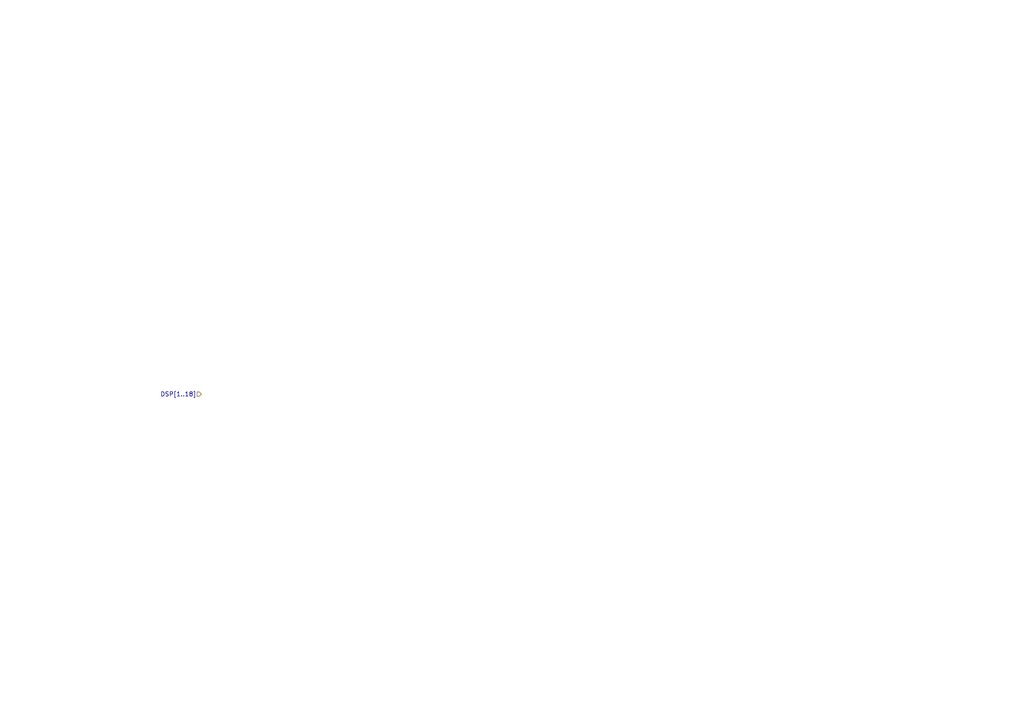
<source format=kicad_sch>
(kicad_sch (version 20211123) (generator eeschema)
  (paper "A4")
  (lib_symbols)
  (hierarchical_label "DSP[1..18]" (shape input) (at 58.42 114.3 180))
)
</source>
